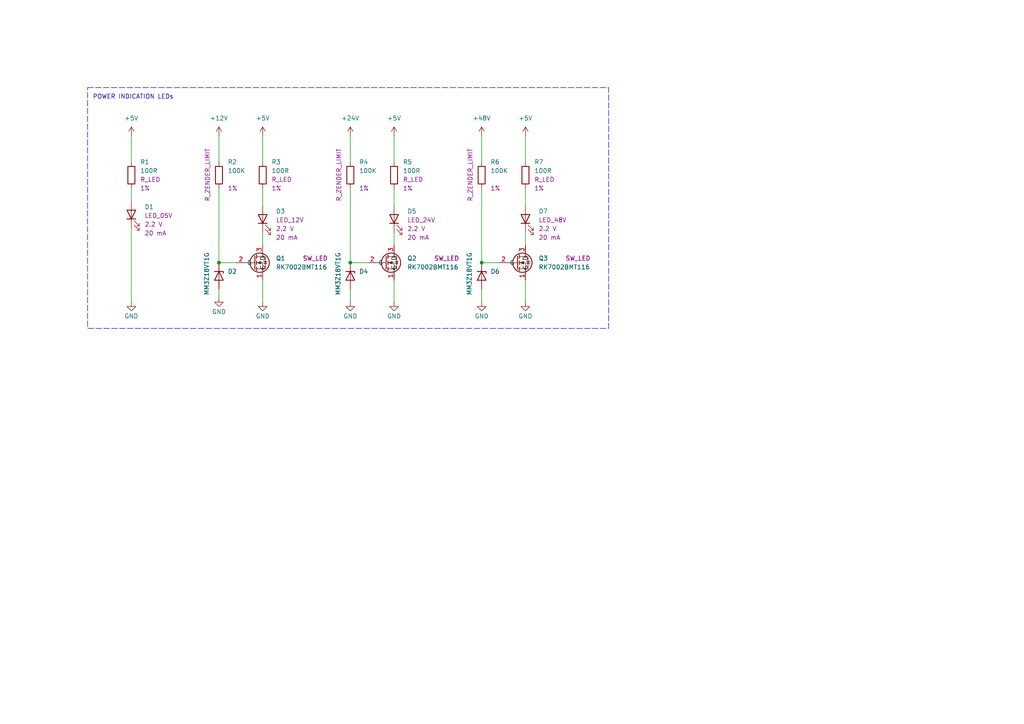
<source format=kicad_sch>
(kicad_sch (version 20231120) (generator "eeschema") (generator_version "8.0")
  (paper "A4")
  (title_block (title "klipper-switch, LEDs"))
  (lib_symbols
    (symbol "151031SS06000_1" (pin_numbers hide) (pin_names (offset 1.016) hide)
      (property "Reference" "D2" (at 2.2226 -3.81 90))
      (property "Role" "LED_12V" (at -0.3174 -3.81 90))
      (property "Forward Voltage" "2.2 V" (at -2.8574 -3.81 90))
      (property "Max Current" "20 mA" (at -5.3974 -3.81 90))
      (symbol "151031SS06000_1_0_1"
        (polyline (pts (xy -1.27 -1.27) (xy -1.27 1.27)) (stroke (width 0.254)))
        (polyline (pts (xy -1.27 0) (xy 1.27 0)))
        (polyline (pts (xy 1.27 -1.27) (xy 1.27 1.27) (xy -1.27 0) (xy 1.27 -1.27)) (stroke (width 0.254)))
        (polyline (pts (xy -3.048 -0.762) (xy -4.572 -2.286) (xy -3.81 -2.286) (xy -4.572 -2.286) (xy -4.572 -1.524)))
        (polyline (pts (xy -1.778 -0.762) (xy -3.302 -2.286) (xy -2.54 -2.286) (xy -3.302 -2.286) (xy -3.302 -1.524)))
      )
      (symbol "151031SS06000_1_1_1"
        (pin passive line (at -3.81 0 0) (length 2.54) (name "K") (number "1"))
        (pin passive line (at 3.81 0 180) (length 2.54) (name "A") (number "2"))
      )
    )
    (symbol "klipper-switch:151031SS06000" (pin_numbers hide) (pin_names (offset 1.016) hide)
      (property "Reference" "D6" (at -0.3174 -3.81 90))
      (property "Role" "LED_" (at -0.254 -9.398 90))
      (property "Forward Voltage" "2.2 V" (at -2.794 -13.462 90))
      (property "Max Current" "20 mA" (at -2.794 -6.858 90))
      (symbol "151031SS06000_0_1"
        (polyline (pts (xy -1.27 -1.27) (xy -1.27 1.27)) (stroke (width 0.254)))
        (polyline (pts (xy -1.27 0) (xy 1.27 0)))
        (polyline (pts (xy 1.27 -1.27) (xy 1.27 1.27) (xy -1.27 0) (xy 1.27 -1.27)) (stroke (width 0.254)))
        (polyline (pts (xy -3.048 -0.762) (xy -4.572 -2.286) (xy -3.81 -2.286) (xy -4.572 -2.286) (xy -4.572 -1.524)))
        (polyline (pts (xy -1.778 -0.762) (xy -3.302 -2.286) (xy -2.54 -2.286) (xy -3.302 -2.286) (xy -3.302 -1.524)))
      )
      (symbol "151031SS06000_1_1"
        (pin passive line (at -3.81 0 0) (length 2.54) (name "K") (number "1"))
        (pin passive line (at 3.81 0 180) (length 2.54) (name "A") (number "2"))
      )
    )
    (symbol "klipper-switch:MM3Z18VT1G" (pin_numbers hide) (pin_names (offset 1.016) hide)
      (property "Reference" "D5" (at -1.2701 2.54 90))
      (property "Value" "MM3Z18VT1G" (at -6.35 -2.794 0))
      (symbol "MM3Z18VT1G_0_1"
        (polyline (pts (xy 1.27 0) (xy -1.27 0)))
        (polyline (pts (xy -1.27 -1.27) (xy -1.27 1.27) (xy -0.762 1.27)) (stroke (width 0.254)))
        (polyline (pts (xy 1.27 -1.27) (xy 1.27 1.27) (xy -1.27 0) (xy 1.27 -1.27)) (stroke (width 0.254)))
      )
      (symbol "MM3Z18VT1G_1_1"
        (pin passive line (at -3.81 0 0) (length 2.54) (name "K") (number "1"))
        (pin passive line (at 3.81 0 180) (length 2.54) (name "A") (number "2"))
      )
    )
    (symbol "klipper-switch:RC1206FR-07100KL" (pin_numbers hide) (pin_names (offset 0))
      (property "Reference" "R5" (at 2.54 3.8101 0))
      (property "Value" "100K" (at 2.54 1.2701 0))
      (property "Role" "R_ZENDER_LIMIT" (at -2.54 -7.62 90))
      (property "Tolerance" "1%" (at 2.54 -1.016 0))
      (symbol "RC1206FR-07100KL_0_1"
        (rectangle (start -1.016 -2.54) (end 1.016 2.54) (stroke (width 0.254)))
      )
      (symbol "RC1206FR-07100KL_1_1"
        (pin passive line (at 0 3.81 270) (length 1.27) (name "~") (number "1"))
        (pin passive line (at 0 -3.81 90) (length 1.27) (name "~") (number "2"))
      )
    )
    (symbol "klipper-switch:RC1206FR-7W100RL_1" (pin_numbers hide) (pin_names (offset 0))
      (property "Reference" "R1" (at 2.54 3.8101 0))
      (property "Value" "100R" (at 2.54 1.2701 0))
      (property "Role" "R_LED" (at 2.54 -1.2699 0))
      (property "Tolerance" "1%" (at 2.54 -3.8099 0))
      (symbol "RC1206FR-7W100RL_1_0_1"
        (rectangle (start -1.016 -2.54) (end 1.016 2.54) (stroke (width 0.254)))
      )
      (symbol "RC1206FR-7W100RL_1_1_1"
        (pin passive line (at 0 3.81 270) (length 1.27) (name "~") (number "1"))
        (pin passive line (at 0 -3.81 90) (length 1.27) (name "~") (number "2"))
      )
    )
    (symbol "klipper-switch:RK7002BMT116"
      (property "Reference" "Q1" (at 6.35 1.2701 0))
      (property "Value" "RK7002BMT116" (at 6.35 -1.2699 0))
      (symbol "RK7002BMT116_0_1"
        (polyline (pts (xy 0.254 0) (xy -2.54 0)))
        (polyline (pts (xy 0.254 1.905) (xy 0.254 -1.905)) (stroke (width 0.254)))
        (polyline (pts (xy 0.762 -1.27) (xy 0.762 -2.286)) (stroke (width 0.254)))
        (polyline (pts (xy 0.762 0.508) (xy 0.762 -0.508)) (stroke (width 0.254)))
        (polyline (pts (xy 0.762 2.286) (xy 0.762 1.27)) (stroke (width 0.254)))
        (polyline (pts (xy 2.54 2.54) (xy 2.54 1.778)))
        (polyline (pts (xy 2.54 -2.54) (xy 2.54 0) (xy 0.762 0)))
        (polyline (pts (xy 0.762 -1.778) (xy 3.302 -1.778) (xy 3.302 1.778) (xy 0.762 1.778)))
        (polyline (pts (xy 1.016 0) (xy 2.032 0.381) (xy 2.032 -0.381) (xy 1.016 0)) (fill (type outline)))
        (polyline (pts (xy 2.794 0.508) (xy 2.921 0.381) (xy 3.683 0.381) (xy 3.81 0.254)))
        (polyline (pts (xy 3.302 0.381) (xy 2.921 -0.254) (xy 3.683 -0.254) (xy 3.302 0.381)))
        (circle (center 1.651 0) (radius 2.794) (stroke (width 0.254)))
        (circle (center 2.54 -1.778) (radius 0.254) (fill (type outline)))
        (circle (center 2.54 1.778) (radius 0.254) (fill (type outline)))
      )
      (symbol "RK7002BMT116_1_1"
        (pin passive line (at 2.54 -5.08 90) (length 2.54) (name "S") (number "1"))
        (pin input line (at -5.08 0 0) (length 2.54) (name "G") (number "2"))
        (pin passive line (at 2.54 5.08 270) (length 2.54) (name "D") (number "3"))
      )
    )
    (symbol "power:+12V" (power) (pin_numbers hide) (pin_names (offset 0) hide)
      (property "Value" "+12V" (at 0 3.556 0))
      (symbol "+12V_0_1"
        (polyline (pts (xy -0.762 1.27) (xy 0 2.54)))
        (polyline (pts (xy 0 0) (xy 0 2.54)))
        (polyline (pts (xy 0 2.54) (xy 0.762 1.27)))
      )
      (symbol "+12V_1_1"
        (pin power_in line (at 0 0 90) (length 0) (name "~") (number "1"))
      )
    )
    (symbol "power:+24V" (power) (pin_numbers hide) (pin_names (offset 0) hide)
      (property "Value" "+24V" (at 0 3.556 0))
      (symbol "+24V_0_1"
        (polyline (pts (xy -0.762 1.27) (xy 0 2.54)))
        (polyline (pts (xy 0 0) (xy 0 2.54)))
        (polyline (pts (xy 0 2.54) (xy 0.762 1.27)))
      )
      (symbol "+24V_1_1"
        (pin power_in line (at 0 0 90) (length 0) (name "~") (number "1"))
      )
    )
    (symbol "power:+48V" (power) (pin_numbers hide) (pin_names (offset 0) hide)
      (property "Value" "+48V" (at 0 3.556 0))
      (symbol "+48V_0_1"
        (polyline (pts (xy -0.762 1.27) (xy 0 2.54)))
        (polyline (pts (xy 0 0) (xy 0 2.54)))
        (polyline (pts (xy 0 2.54) (xy 0.762 1.27)))
      )
      (symbol "+48V_1_1"
        (pin power_in line (at 0 0 90) (length 0) (name "~") (number "1"))
      )
    )
    (symbol "power:+5V" (power) (pin_numbers hide) (pin_names (offset 0) hide)
      (property "Value" "+5V" (at 0 3.556 0))
      (symbol "+5V_0_1"
        (polyline (pts (xy -0.762 1.27) (xy 0 2.54)))
        (polyline (pts (xy 0 0) (xy 0 2.54)))
        (polyline (pts (xy 0 2.54) (xy 0.762 1.27)))
      )
      (symbol "+5V_1_1"
        (pin power_in line (at 0 0 90) (length 0) (name "~") (number "1"))
      )
    )
    (symbol "power:GND" (power) (pin_numbers hide) (pin_names (offset 0) hide)
      (property "Value" "GND" (at 0 -3.81 0))
      (symbol "GND_0_1"
        (polyline (pts (xy 0 0) (xy 0 -1.27) (xy 1.27 -1.27) (xy 0 -2.54) (xy -1.27 -1.27) (xy 0 -1.27)))
      )
      (symbol "GND_1_1"
        (pin power_in line (at 0 0 270) (length 0) (name "~") (number "1"))
      )
    )
  )
  (junction (at 101.6 76.2))
  (junction (at 63.5 76.2))
  (junction (at 139.7 76.2))
  (wire (pts (xy 38.1 54.61) (xy 38.1 58.42)))
  (wire (pts (xy 63.5 76.2) (xy 68.58 76.2)))
  (wire (pts (xy 114.3 39.37) (xy 114.3 46.99)))
  (wire (pts (xy 63.5 86.36) (xy 63.5 83.82)))
  (wire (pts (xy 152.4 39.37) (xy 152.4 46.99)))
  (wire (pts (xy 101.6 39.37) (xy 101.6 46.99)))
  (wire (pts (xy 101.6 76.2) (xy 106.68 76.2)))
  (wire (pts (xy 139.7 39.37) (xy 139.7 46.99)))
  (wire (pts (xy 152.4 54.61) (xy 152.4 59.69)))
  (wire (pts (xy 152.4 67.31) (xy 152.4 71.12)))
  (wire (pts (xy 76.2 54.61) (xy 76.2 59.69)))
  (wire (pts (xy 76.2 87.63) (xy 76.2 81.28)))
  (wire (pts (xy 139.7 76.2) (xy 144.78 76.2)))
  (wire (pts (xy 152.4 87.63) (xy 152.4 81.28)))
  (wire (pts (xy 76.2 67.31) (xy 76.2 71.12)))
  (wire (pts (xy 139.7 54.61) (xy 139.7 76.2)))
  (wire (pts (xy 38.1 39.37) (xy 38.1 46.99)))
  (wire (pts (xy 114.3 54.61) (xy 114.3 59.69)))
  (wire (pts (xy 139.7 87.63) (xy 139.7 83.82)))
  (wire (pts (xy 114.3 67.31) (xy 114.3 71.12)))
  (wire (pts (xy 63.5 39.37) (xy 63.5 46.99)))
  (wire (pts (xy 38.1 66.04) (xy 38.1 87.63)))
  (wire (pts (xy 101.6 87.63) (xy 101.6 83.82)))
  (wire (pts (xy 63.5 54.61) (xy 63.5 76.2)))
  (wire (pts (xy 76.2 39.37) (xy 76.2 46.99)))
  (wire (pts (xy 114.3 87.63) (xy 114.3 81.28)))
  (wire (pts (xy 101.6 54.61) (xy 101.6 76.2)))
  (rectangle (start 25.4 25.4) (end 176.53 95.25) (stroke (width 0) (type dash)))
  (text "POWER INDICATION LEDs" (at 38.608 28.194 0) (effects (font (size 1.27 1.27))))
  (symbol (lib_id "power:+5V") (at 38.1 39.37 0) (unit 1)
    (property "Reference" "#PWR03" (effects (hide yes)))
    (property "Value" "+5V" (at 38.1 34.29 0))
    (property "Description" "Power symbol creates a global label with name \"+5V\"" (effects (hide yes)))
  )
  (symbol (lib_id "power:GND") (at 76.2 87.63 0) (unit 1)
    (property "Reference" "#PWR016" (effects (hide yes)))
    (property "Value" "GND" (at 76.2 91.694 0))
    (property "Description" "Power symbol creates a global label with name \"GND\" , ground" (effects (hide yes)))
  )
  (symbol (lib_id "klipper-switch:RK7002BMT116") (at 73.66 76.2 0) (unit 1)
    (property "Reference" "Q1" (at 80.01 74.9299 0) (effects (justify left)))
    (property "Value" "RK7002BMT116" (at 80.01 77.4699 0) (effects (justify left)))
    (property "Footprint" "klipper-switch:RK7002BMT116" (effects (hide yes)))
    (property "Datasheet" "https://www.rohm.com/datasheet?p=RK7002BM&dist=Digi-key&media=referral&source=digi-key.com&campaign=Digi-key" (effects (hide yes)))
    (property "Description" "N-Channel 60 V 250mA (Ta) 200mW (Ta) Surface Mount SST3" (effects (hide yes)))
    (property "Supplier" "Digikey Electronics" (effects (hide yes)))
    (property "Supplier#" "RK7002BMT116CT-ND" (effects (hide yes)))
    (property "Manufacturer" "Rohm Semiconductor" (effects (hide yes)))
    (property "LCSC Part # " "C157736" (effects (hide yes)))
    (property "Tolerance" "NULL" (effects (hide yes)))
    (property "Role" "SW_LED" (at 91.44 74.93 0))
  )
  (symbol (lib_id "klipper-switch:MM3Z18VT1G") (at 139.7 80.01 270) (unit 1)
    (property "Reference" "D6" (at 142.24 78.7399 90) (effects (justify left)))
    (property "Value" "MM3Z18VT1G" (at 136.144 73.152 0) (effects (justify left)))
    (property "Footprint" "Diode_SMD:D_SOD-323_HandSoldering" (effects (hide yes)))
    (property "Datasheet" "https://mm.digikey.com/Volume0/opasdata/d220001/medias/docus/9/MM3ZyyyT1G_SZMM3ZyyyT1G_Series_rev.11_Sep2014.pdf" (effects (hide yes)))
    (property "Description" "Zener Diode 18 V 300 mW ±6% Surface Mount SOD-323" (effects (hide yes)))
    (property "Supplier" "Digikey Electronics, Inc." (effects (hide yes)))
    (property "Manufacturer#" "MM3Z18VT1GOSCT-ND" (effects (hide yes)))
    (property "Supplier#" "MM3Z18VT1GOSCT-ND" (effects (hide yes)))
    (property "Manufacturer" "onsemi" (effects (hide yes)))
    (property "Role" "ZENER" (effects (hide yes)))
    (property "Zener Voltage" "18 VDC" (effects (hide yes)))
    (property "Max Power" "300 mW" (effects (hide yes)))
  )
  (symbol (lib_id "power:GND") (at 101.6 87.63 0) (unit 1)
    (property "Reference" "#PWR018" (effects (hide yes)))
    (property "Value" "GND" (at 101.6 91.694 0))
    (property "Description" "Power symbol creates a global label with name \"GND\" , ground" (effects (hide yes)))
  )
  (symbol (lib_id "power:+5V") (at 76.2 39.37 0) (unit 1)
    (property "Reference" "#PWR015" (effects (hide yes)))
    (property "Value" "+5V" (at 76.2 34.29 0))
    (property "Description" "Power symbol creates a global label with name \"+5V\"" (effects (hide yes)))
  )
  (symbol (lib_id "klipper-switch:RC1206FR-7W100RL_1") (at 152.4 50.8 0) (unit 1)
    (property "Reference" "R7" (at 154.94 46.9899 0) (effects (justify left)))
    (property "Value" "100R" (at 154.94 49.5299 0) (effects (justify left)))
    (property "Footprint" "Resistor_SMD:R_1206_3216Metric" (effects (hide yes)))
    (property "Datasheet" "https://www.yageo.com/upload/media/product/products/datasheet/rchip/PYu-RC_Group_51_RoHS_L_12.pdf" (effects (hide yes)))
    (property "Description" "100 Ohms ±1% 0.5W, 1/2W Chip Resistor 1206 (3216 Metric) Moisture Resistant Thick Film" (effects (hide yes)))
    (property "Supplier#" "13-RC1206FR-7W100RLCT-ND" (effects (hide yes)))
    (property "Supplier" "Digikey Electronics, Inc." (effects (hide yes)))
    (property "Role" "R_LED" (at 154.94 52.0699 0) (effects (justify left)))
    (property "Manufacturer#" "RC1206FR-7W100RL" (effects (hide yes)))
    (property "Manufacturer" "YAGEO" (effects (hide yes)))
    (property "Series" "RC_L" (effects (hide yes)))
    (property "Tolerance" "1%" (at 154.94 54.6099 0) (effects (justify left)))
  )
  (symbol (lib_id "power:+12V") (at 63.5 39.37 0) (unit 1)
    (property "Reference" "#PWR013" (effects (hide yes)))
    (property "Value" "+12V" (at 63.5 34.29 0))
    (property "Description" "Power symbol creates a global label with name \"+12V\"" (effects (hide yes)))
  )
  (symbol (lib_id "power:+48V") (at 139.7 39.37 0) (unit 1)
    (property "Reference" "#PWR021" (effects (hide yes)))
    (property "Value" "+48V" (at 139.7 34.29 0))
    (property "Description" "Power symbol creates a global label with name \"+48V\"" (effects (hide yes)))
  )
  (symbol (lib_id "klipper-switch:RC1206FR-07100KL") (at 139.7 50.8 180) (unit 1)
    (property "Reference" "R6" (at 142.24 46.9899 0) (effects (justify right)))
    (property "Value" "100K" (at 142.24 49.5299 0) (effects (justify right)))
    (property "Footprint" "Resistor_SMD:R_1206_3216Metric" (effects (hide yes)))
    (property "Datasheet" "https://www.yageo.com/upload/media/product/products/datasheet/rchip/PYu-RC_Group_51_RoHS_L_12.pdf" (effects (hide yes)))
    (property "Description" "100 kOhms ±1% 0.25W, 1/4W Chip Resistor 1206 (3216 Metric) Moisture Resistant Thick Film" (effects (hide yes)))
    (property "Supplier#" "311-100KFRCT-ND" (effects (hide yes)))
    (property "Supplier" "Digikey Electronics, Inc." (effects (hide yes)))
    (property "Role" "R_ZENDER_LIMIT" (at 136.398 58.42 90) (effects (justify right)))
    (property "Manufacturer#" "RC1206FR-07100KL" (effects (hide yes)))
    (property "Manufacturer" "YAGEO" (effects (hide yes)))
    (property "Series" "RC_L" (effects (hide yes)))
    (property "Tolerance" "1%" (at 142.24 54.6099 0) (effects (justify right)))
  )
  (symbol (lib_id "power:GND") (at 114.3 87.63 0) (unit 1)
    (property "Reference" "#PWR020" (effects (hide yes)))
    (property "Value" "GND" (at 114.3 91.694 0))
    (property "Description" "Power symbol creates a global label with name \"GND\" , ground" (effects (hide yes)))
  )
  (symbol (lib_name "151031SS06000_1") (lib_id "klipper-switch:151031SS06000") (at 152.4 63.5 90) (unit 1)
    (property "Reference" "D7" (at 156.21 61.2774 90) (effects (justify right)))
    (property "Value" "151031SS06000" (effects (hide yes)))
    (property "Footprint" "LED_THT:LED_D3.0mm" (effects (hide yes)))
    (property "Datasheet" "https://www.we-online.com/components/products/datasheet/151031SS06000.pdf" (effects (hide yes)))
    (property "Description" "Red 640nm LED Indication - Discrete 2.2V Radial" (effects (hide yes)))
    (property "Manufacturer#" "151031SS06000" (effects (hide yes)))
    (property "Supplier#" "732-5006-ND" (effects (hide yes)))
    (property "Supplier" "Digikey Electronics, Inc." (effects (hide yes)))
    (property "Role" "LED_48V" (at 156.21 63.8174 90) (effects (justify right)))
    (property "Manufacturer" "Würth Elektronik" (effects (hide yes)))
    (property "Forward Voltage" "2.2 V" (at 156.21 66.3574 90) (effects (justify right)))
    (property "Max Current" "20 mA" (at 156.21 68.8974 90) (effects (justify right)))
  )
  (symbol (lib_id "power:GND") (at 152.4 87.63 0) (unit 1)
    (property "Reference" "#PWR024" (effects (hide yes)))
    (property "Value" "GND" (at 152.4 91.694 0))
    (property "Description" "Power symbol creates a global label with name \"GND\" , ground" (effects (hide yes)))
  )
  (symbol (lib_id "power:+5V") (at 114.3 39.37 0) (unit 1)
    (property "Reference" "#PWR019" (effects (hide yes)))
    (property "Value" "+5V" (at 114.3 34.29 0))
    (property "Description" "Power symbol creates a global label with name \"+5V\"" (effects (hide yes)))
  )
  (symbol (lib_id "klipper-switch:151031SS06000") (at 38.1 62.23 90) (unit 1)
    (property "Reference" "D1" (at 41.91 60.0074 90) (effects (justify right)))
    (property "Value" "151031SS06000" (effects (hide yes)))
    (property "Footprint" "LED_THT:LED_D3.0mm" (effects (hide yes)))
    (property "Datasheet" "https://www.we-online.com/components/products/datasheet/151031SS06000.pdf" (effects (hide yes)))
    (property "Description" "Red 640nm LED Indication - Discrete 2.2V Radial" (effects (hide yes)))
    (property "Manufacturer#" "151031SS06000" (effects (hide yes)))
    (property "Supplier#" "732-5006-ND" (effects (hide yes)))
    (property "Supplier" "Digikey Electronics, Inc." (effects (hide yes)))
    (property "Role" "LED_05V" (at 41.91 62.5474 90) (effects (justify right)))
    (property "Manufacturer" "Würth Elektronik" (effects (hide yes)))
    (property "Forward Voltage" "2.2 V" (at 41.91 65.0874 90) (effects (justify right)))
    (property "Max Current" "20 mA" (at 41.91 67.6274 90) (effects (justify right)))
  )
  (symbol (lib_id "klipper-switch:RK7002BMT116") (at 149.86 76.2 0) (unit 1)
    (property "Reference" "Q3" (at 156.21 74.9299 0) (effects (justify left)))
    (property "Value" "RK7002BMT116" (at 156.21 77.4699 0) (effects (justify left)))
    (property "Footprint" "klipper-switch:RK7002BMT116" (effects (hide yes)))
    (property "Datasheet" "https://www.rohm.com/datasheet?p=RK7002BM&dist=Digi-key&media=referral&source=digi-key.com&campaign=Digi-key" (effects (hide yes)))
    (property "Description" "N-Channel 60 V 250mA (Ta) 200mW (Ta) Surface Mount SST3" (effects (hide yes)))
    (property "Supplier" "Digikey Electronics" (effects (hide yes)))
    (property "Supplier#" "RK7002BMT116CT-ND" (effects (hide yes)))
    (property "Manufacturer" "Rohm Semiconductor" (effects (hide yes)))
    (property "LCSC Part # " "C157736" (effects (hide yes)))
    (property "Tolerance" "NULL" (effects (hide yes)))
    (property "Role" "SW_LED" (at 167.64 74.93 0))
  )
  (symbol (lib_id "power:+24V") (at 101.6 39.37 0) (unit 1)
    (property "Reference" "#PWR017" (effects (hide yes)))
    (property "Value" "+24V" (at 101.6 34.29 0))
    (property "Description" "Power symbol creates a global label with name \"+24V\"" (effects (hide yes)))
  )
  (symbol (lib_id "power:+5V") (at 152.4 39.37 0) (unit 1)
    (property "Reference" "#PWR023" (effects (hide yes)))
    (property "Value" "+5V" (at 152.4 34.29 0))
    (property "Description" "Power symbol creates a global label with name \"+5V\"" (effects (hide yes)))
  )
  (symbol (lib_name "151031SS06000_1") (lib_id "klipper-switch:151031SS06000") (at 114.3 63.5 90) (unit 1)
    (property "Reference" "D5" (at 118.11 61.2774 90) (effects (justify right)))
    (property "Value" "151031SS06000" (effects (hide yes)))
    (property "Footprint" "LED_THT:LED_D3.0mm" (effects (hide yes)))
    (property "Datasheet" "https://www.we-online.com/components/products/datasheet/151031SS06000.pdf" (effects (hide yes)))
    (property "Description" "Red 640nm LED Indication - Discrete 2.2V Radial" (effects (hide yes)))
    (property "Manufacturer#" "151031SS06000" (effects (hide yes)))
    (property "Supplier#" "732-5006-ND" (effects (hide yes)))
    (property "Supplier" "Digikey Electronics, Inc." (effects (hide yes)))
    (property "Role" "LED_24V" (at 118.11 63.8174 90) (effects (justify right)))
    (property "Manufacturer" "Würth Elektronik" (effects (hide yes)))
    (property "Forward Voltage" "2.2 V" (at 118.11 66.3574 90) (effects (justify right)))
    (property "Max Current" "20 mA" (at 118.11 68.8974 90) (effects (justify right)))
  )
  (symbol (lib_id "klipper-switch:RC1206FR-07100KL") (at 63.5 50.8 180) (unit 1)
    (property "Reference" "R2" (at 66.04 46.9899 0) (effects (justify right)))
    (property "Value" "100K" (at 66.04 49.5299 0) (effects (justify right)))
    (property "Footprint" "Resistor_SMD:R_1206_3216Metric" (effects (hide yes)))
    (property "Datasheet" "https://www.yageo.com/upload/media/product/products/datasheet/rchip/PYu-RC_Group_51_RoHS_L_12.pdf" (effects (hide yes)))
    (property "Description" "100 kOhms ±1% 0.25W, 1/4W Chip Resistor 1206 (3216 Metric) Moisture Resistant Thick Film" (effects (hide yes)))
    (property "Supplier#" "311-100KFRCT-ND" (effects (hide yes)))
    (property "Supplier" "Digikey Electronics, Inc." (effects (hide yes)))
    (property "Role" "R_ZENDER_LIMIT" (at 60.198 58.42 90) (effects (justify right)))
    (property "Manufacturer#" "RC1206FR-07100KL" (effects (hide yes)))
    (property "Manufacturer" "YAGEO" (effects (hide yes)))
    (property "Series" "RC_L" (effects (hide yes)))
    (property "Tolerance" "1%" (at 66.04 54.6099 0) (effects (justify right)))
  )
  (symbol (lib_id "klipper-switch:MM3Z18VT1G") (at 101.6 80.01 270) (unit 1)
    (property "Reference" "D4" (at 104.14 78.7399 90) (effects (justify left)))
    (property "Value" "MM3Z18VT1G" (at 98.044 73.152 0) (effects (justify left)))
    (property "Footprint" "Diode_SMD:D_SOD-323_HandSoldering" (effects (hide yes)))
    (property "Datasheet" "https://mm.digikey.com/Volume0/opasdata/d220001/medias/docus/9/MM3ZyyyT1G_SZMM3ZyyyT1G_Series_rev.11_Sep2014.pdf" (effects (hide yes)))
    (property "Description" "Zener Diode 18 V 300 mW ±6% Surface Mount SOD-323" (effects (hide yes)))
    (property "Supplier" "Digikey Electronics, Inc." (effects (hide yes)))
    (property "Manufacturer#" "MM3Z18VT1GOSCT-ND" (effects (hide yes)))
    (property "Supplier#" "MM3Z18VT1GOSCT-ND" (effects (hide yes)))
    (property "Manufacturer" "onsemi" (effects (hide yes)))
    (property "Role" "ZENER" (effects (hide yes)))
    (property "Zener Voltage" "18 VDC" (effects (hide yes)))
    (property "Max Power" "300 mW" (effects (hide yes)))
  )
  (symbol (lib_id "klipper-switch:RC1206FR-7W100RL_1") (at 76.2 50.8 0) (unit 1)
    (property "Reference" "R3" (at 78.74 46.9899 0) (effects (justify left)))
    (property "Value" "100R" (at 78.74 49.5299 0) (effects (justify left)))
    (property "Footprint" "Resistor_SMD:R_1206_3216Metric" (effects (hide yes)))
    (property "Datasheet" "https://www.yageo.com/upload/media/product/products/datasheet/rchip/PYu-RC_Group_51_RoHS_L_12.pdf" (effects (hide yes)))
    (property "Description" "100 Ohms ±1% 0.5W, 1/2W Chip Resistor 1206 (3216 Metric) Moisture Resistant Thick Film" (effects (hide yes)))
    (property "Supplier#" "13-RC1206FR-7W100RLCT-ND" (effects (hide yes)))
    (property "Supplier" "Digikey Electronics, Inc." (effects (hide yes)))
    (property "Role" "R_LED" (at 78.74 52.0699 0) (effects (justify left)))
    (property "Manufacturer#" "RC1206FR-7W100RL" (effects (hide yes)))
    (property "Manufacturer" "YAGEO" (effects (hide yes)))
    (property "Series" "RC_L" (effects (hide yes)))
    (property "Tolerance" "1%" (at 78.74 54.6099 0) (effects (justify left)))
  )
  (symbol (lib_id "power:GND") (at 38.1 87.63 0) (unit 1)
    (property "Reference" "#PWR04" (effects (hide yes)))
    (property "Value" "GND" (at 38.1 91.694 0))
    (property "Description" "Power symbol creates a global label with name \"GND\" , ground" (effects (hide yes)))
  )
  (symbol (lib_id "klipper-switch:RC1206FR-07100KL") (at 101.6 50.8 180) (unit 1)
    (property "Reference" "R4" (at 104.14 46.9899 0) (effects (justify right)))
    (property "Value" "100K" (at 104.14 49.5299 0) (effects (justify right)))
    (property "Footprint" "Resistor_SMD:R_1206_3216Metric" (effects (hide yes)))
    (property "Datasheet" "https://www.yageo.com/upload/media/product/products/datasheet/rchip/PYu-RC_Group_51_RoHS_L_12.pdf" (effects (hide yes)))
    (property "Description" "100 kOhms ±1% 0.25W, 1/4W Chip Resistor 1206 (3216 Metric) Moisture Resistant Thick Film" (effects (hide yes)))
    (property "Supplier#" "311-100KFRCT-ND" (effects (hide yes)))
    (property "Supplier" "Digikey Electronics, Inc." (effects (hide yes)))
    (property "Role" "R_ZENDER_LIMIT" (at 98.298 58.42 90) (effects (justify right)))
    (property "Manufacturer#" "RC1206FR-07100KL" (effects (hide yes)))
    (property "Manufacturer" "YAGEO" (effects (hide yes)))
    (property "Series" "RC_L" (effects (hide yes)))
    (property "Tolerance" "1%" (at 104.14 54.6099 0) (effects (justify right)))
  )
  (symbol (lib_id "klipper-switch:MM3Z18VT1G") (at 63.5 80.01 270) (unit 1)
    (property "Reference" "D2" (at 66.04 78.7399 90) (effects (justify left)))
    (property "Value" "MM3Z18VT1G" (at 59.944 73.152 0) (effects (justify left)))
    (property "Footprint" "Diode_SMD:D_SOD-323_HandSoldering" (effects (hide yes)))
    (property "Datasheet" "https://mm.digikey.com/Volume0/opasdata/d220001/medias/docus/9/MM3ZyyyT1G_SZMM3ZyyyT1G_Series_rev.11_Sep2014.pdf" (effects (hide yes)))
    (property "Description" "Zener Diode 18 V 300 mW ±6% Surface Mount SOD-323" (effects (hide yes)))
    (property "Supplier" "Digikey Electronics, Inc." (effects (hide yes)))
    (property "Manufacturer#" "MM3Z18VT1GOSCT-ND" (effects (hide yes)))
    (property "Supplier#" "MM3Z18VT1GOSCT-ND" (effects (hide yes)))
    (property "Manufacturer" "onsemi" (effects (hide yes)))
    (property "Role" "ZENER" (effects (hide yes)))
    (property "Zener Voltage" "18 VDC" (effects (hide yes)))
    (property "Max Power" "300 mW" (effects (hide yes)))
  )
  (symbol (lib_id "klipper-switch:RK7002BMT116") (at 111.76 76.2 0) (unit 1)
    (property "Reference" "Q2" (at 118.11 74.9299 0) (effects (justify left)))
    (property "Value" "RK7002BMT116" (at 118.11 77.4699 0) (effects (justify left)))
    (property "Footprint" "klipper-switch:RK7002BMT116" (effects (hide yes)))
    (property "Datasheet" "https://www.rohm.com/datasheet?p=RK7002BM&dist=Digi-key&media=referral&source=digi-key.com&campaign=Digi-key" (effects (hide yes)))
    (property "Description" "N-Channel 60 V 250mA (Ta) 200mW (Ta) Surface Mount SST3" (effects (hide yes)))
    (property "Supplier" "Digikey Electronics" (effects (hide yes)))
    (property "Supplier#" "RK7002BMT116CT-ND" (effects (hide yes)))
    (property "Manufacturer" "Rohm Semiconductor" (effects (hide yes)))
    (property "LCSC Part # " "C157736" (effects (hide yes)))
    (property "Tolerance" "NULL" (effects (hide yes)))
    (property "Role" "SW_LED" (at 129.54 74.93 0))
  )
  (symbol (lib_id "power:GND") (at 139.7 87.63 0) (unit 1)
    (property "Reference" "#PWR022" (effects (hide yes)))
    (property "Value" "GND" (at 139.7 91.694 0))
    (property "Description" "Power symbol creates a global label with name \"GND\" , ground" (effects (hide yes)))
  )
  (symbol (lib_id "klipper-switch:RC1206FR-7W100RL_1") (at 114.3 50.8 0) (unit 1)
    (property "Reference" "R5" (at 116.84 46.9899 0) (effects (justify left)))
    (property "Value" "100R" (at 116.84 49.5299 0) (effects (justify left)))
    (property "Footprint" "Resistor_SMD:R_1206_3216Metric" (effects (hide yes)))
    (property "Datasheet" "https://www.yageo.com/upload/media/product/products/datasheet/rchip/PYu-RC_Group_51_RoHS_L_12.pdf" (effects (hide yes)))
    (property "Description" "100 Ohms ±1% 0.5W, 1/2W Chip Resistor 1206 (3216 Metric) Moisture Resistant Thick Film" (effects (hide yes)))
    (property "Supplier#" "13-RC1206FR-7W100RLCT-ND" (effects (hide yes)))
    (property "Supplier" "Digikey Electronics, Inc." (effects (hide yes)))
    (property "Role" "R_LED" (at 116.84 52.0699 0) (effects (justify left)))
    (property "Manufacturer#" "RC1206FR-7W100RL" (effects (hide yes)))
    (property "Manufacturer" "YAGEO" (effects (hide yes)))
    (property "Series" "RC_L" (effects (hide yes)))
    (property "Tolerance" "1%" (at 116.84 54.6099 0) (effects (justify left)))
  )
  (symbol (lib_id "power:GND") (at 63.5 86.36 0) (unit 1)
    (property "Reference" "#PWR014" (effects (hide yes)))
    (property "Value" "GND" (at 63.5 90.424 0))
    (property "Description" "Power symbol creates a global label with name \"GND\" , ground" (effects (hide yes)))
  )
  (symbol (lib_name "151031SS06000_1") (lib_id "klipper-switch:151031SS06000") (at 76.2 63.5 90) (unit 1)
    (property "Reference" "D3" (at 80.01 61.2774 90) (effects (justify right)))
    (property "Value" "151031SS06000" (effects (hide yes)))
    (property "Footprint" "LED_THT:LED_D3.0mm" (effects (hide yes)))
    (property "Datasheet" "https://www.we-online.com/components/products/datasheet/151031SS06000.pdf" (effects (hide yes)))
    (property "Description" "Red 640nm LED Indication - Discrete 2.2V Radial" (effects (hide yes)))
    (property "Manufacturer#" "151031SS06000" (effects (hide yes)))
    (property "Supplier#" "732-5006-ND" (effects (hide yes)))
    (property "Supplier" "Digikey Electronics, Inc." (effects (hide yes)))
    (property "Role" "LED_12V" (at 80.01 63.8174 90) (effects (justify right)))
    (property "Manufacturer" "Würth Elektronik" (effects (hide yes)))
    (property "Forward Voltage" "2.2 V" (at 80.01 66.3574 90) (effects (justify right)))
    (property "Max Current" "20 mA" (at 80.01 68.8974 90) (effects (justify right)))
  )
  (symbol (lib_id "klipper-switch:RC1206FR-7W100RL_1") (at 38.1 50.8 0) (unit 1)
    (property "Reference" "R1" (at 40.64 46.9899 0) (effects (justify left)))
    (property "Value" "100R" (at 40.64 49.5299 0) (effects (justify left)))
    (property "Footprint" "Resistor_SMD:R_1206_3216Metric" (effects (hide yes)))
    (property "Datasheet" "https://www.yageo.com/upload/media/product/products/datasheet/rchip/PYu-RC_Group_51_RoHS_L_12.pdf" (effects (hide yes)))
    (property "Description" "100 Ohms ±1% 0.5W, 1/2W Chip Resistor 1206 (3216 Metric) Moisture Resistant Thick Film" (effects (hide yes)))
    (property "Supplier#" "13-RC1206FR-7W100RLCT-ND" (effects (hide yes)))
    (property "Supplier" "Digikey Electronics, Inc." (effects (hide yes)))
    (property "Role" "R_LED" (at 40.64 52.0699 0) (effects (justify left)))
    (property "Manufacturer#" "RC1206FR-7W100RL" (effects (hide yes)))
    (property "Manufacturer" "YAGEO" (effects (hide yes)))
    (property "Series" "RC_L" (effects (hide yes)))
    (property "Tolerance" "1%" (at 40.64 54.6099 0) (effects (justify left)))
  )
)
</source>
